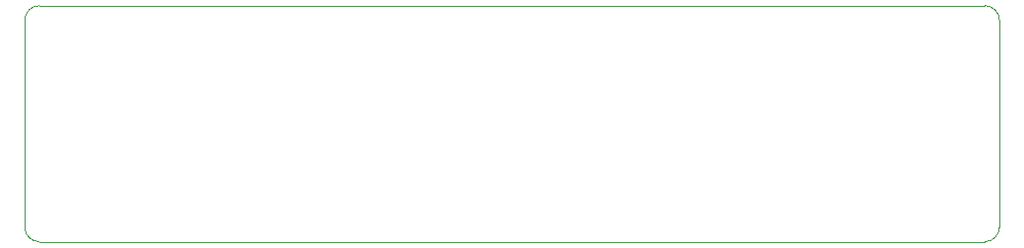
<source format=gm1>
G04 #@! TF.GenerationSoftware,KiCad,Pcbnew,(5.1.5)-3*
G04 #@! TF.CreationDate,2020-10-25T11:05:08-05:00*
G04 #@! TF.ProjectId,WireLink,57697265-4c69-46e6-9b2e-6b696361645f,rev?*
G04 #@! TF.SameCoordinates,Original*
G04 #@! TF.FileFunction,Profile,NP*
%FSLAX46Y46*%
G04 Gerber Fmt 4.6, Leading zero omitted, Abs format (unit mm)*
G04 Created by KiCad (PCBNEW (5.1.5)-3) date 2020-10-25 11:05:08*
%MOMM*%
%LPD*%
G04 APERTURE LIST*
%ADD10C,0.050000*%
G04 APERTURE END LIST*
D10*
X194310000Y-110490000D02*
X194310000Y-92710000D01*
X111760000Y-111760000D02*
X193040000Y-111760000D01*
X110490000Y-92710000D02*
X110490000Y-110490000D01*
X193040000Y-91440000D02*
X111760000Y-91440000D01*
X193040000Y-91440000D02*
G75*
G02X194310000Y-92710000I0J-1270000D01*
G01*
X194310000Y-110490000D02*
G75*
G02X193040000Y-111760000I-1270000J0D01*
G01*
X111760000Y-111760000D02*
G75*
G02X110490000Y-110490000I0J1270000D01*
G01*
X110490000Y-92710000D02*
G75*
G02X111760000Y-91440000I1270000J0D01*
G01*
M02*

</source>
